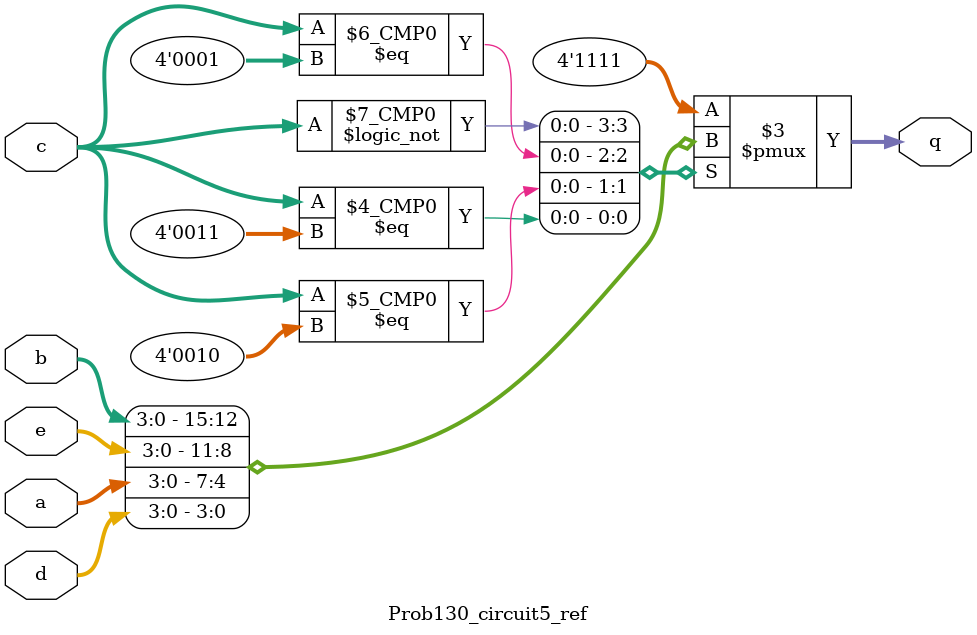
<source format=sv>

module Prob130_circuit5_ref (
  input [3:0] a,
  input [3:0] b,
  input [3:0] c,
  input [3:0] d,
  input [3:0] e,
  output reg [3:0] q
);

  always @(*)
    case (c)
      0: q = b;
      1: q = e;
      2: q = a;
      3: q = d;
      default: q = 4'hf;
    endcase

endmodule


</source>
